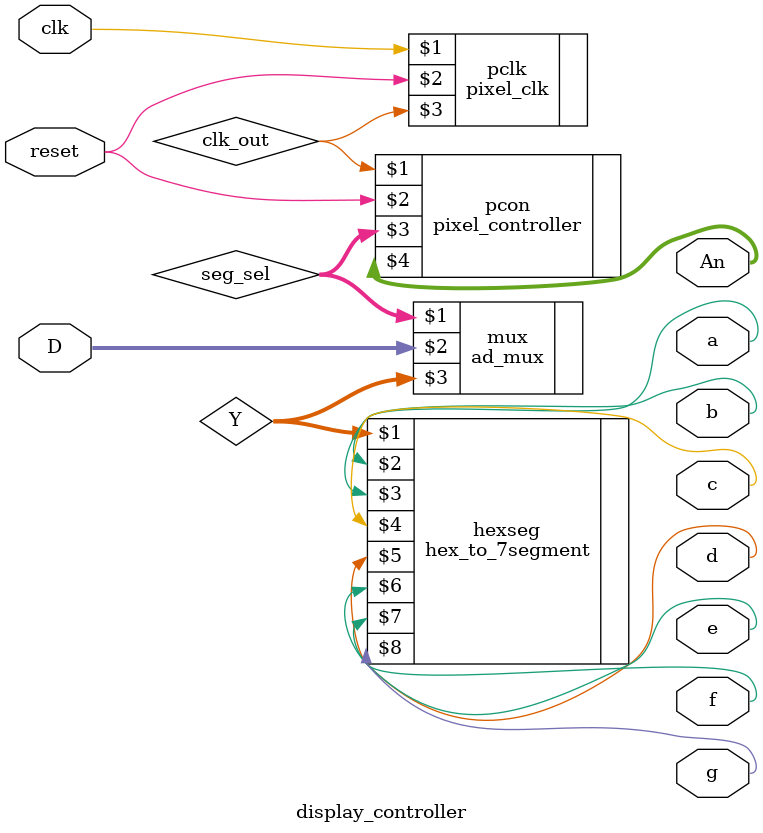
<source format=v>
`timescale 1ns / 1ps
 /*******************************************************************************
 * Author:   Benjamin Adinata
 * Email:	 benjaminadinata@yahoo.com
 * Filename: display_controller.v
 * Date:     October 23, 2017
 * Version:  1.0
 * Purpose:  The purpose of this module is to display specified things on each
 *           7-segment display. This module instantiates the pixel clk which
 *           implements a 480Hz clock used by the pixel_controller. The
 *           pixel_controller determines what anode should be changed at the clock.
 *           The ad_mux selects what output should be displayed. The hex_to_7segment
 *           determines which cathode should be lit.
 *					
 * Notes:	 The 480Hz clock is used to change each segment every clock tick.
 *           This gives us an approximately 60Hz refresh rate for the entire
 *           display
 *******************************************************************************/
module display_controller(clk, reset, An, D, a, b, c, d, e, f, g);
    input   clk, reset;
	input   [31:0] D;
	output         a, b, c, d, e, f, g;
	output  [ 7:0] An;
	 
    wire        clk_out;
    wire [ 2:0] seg_sel;
    wire [ 3:0] Y;
    wire [15:0] switch;
    wire [31:0] seg;
    
    //pixel_clk             (clk_in, reset, clk_out)
    pixel_clk           pclk(  clk , reset, clk_out);
    
    //pixel_controller      (  clk  , reset, seg_sel, An)
    pixel_controller    pcon(clk_out, reset, seg_sel, An);
    
    //ad_mux               (  Sel  , D, Y)
    ad_mux              mux(seg_sel, D, Y);
    
    //hex_to_7segment         (hex, a, b, c, d, e, f, g)
    hex_to_7segment     hexseg( Y,  a, b, c, d, e, f, g);

endmodule

</source>
